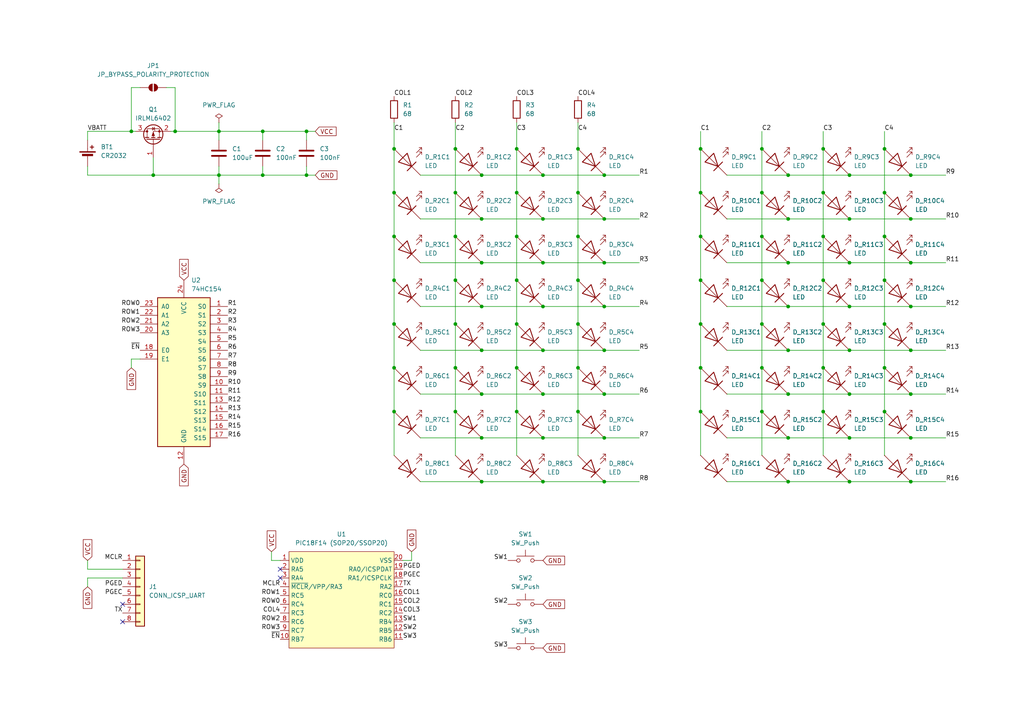
<source format=kicad_sch>
(kicad_sch (version 20250114) (generator "eeschema") (generator_version "9.0")
  (paper "A4")
  (junction (at 228.6 139.7))
  (junction (at 114.3 68.58))
  (junction (at 220.98 68.58))
  (junction (at 88.9 50.8))
  (junction (at 203.2 55.88))
  (junction (at 256.54 81.28))
  (junction (at 228.6 76.2))
  (junction (at 175.26 114.3))
  (junction (at 114.3 93.98))
  (junction (at 149.86 43.18))
  (junction (at 220.98 93.98))
  (junction (at 44.45 50.8))
  (junction (at 246.38 139.7))
  (junction (at 149.86 81.28))
  (junction (at 167.64 55.88))
  (junction (at 88.9 38.1))
  (junction (at 139.7 76.2))
  (junction (at 175.26 76.2))
  (junction (at 167.64 119.38))
  (junction (at 175.26 101.6))
  (junction (at 256.54 93.98))
  (junction (at 175.26 139.7))
  (junction (at 238.76 55.88))
  (junction (at 246.38 127))
  (junction (at 175.26 88.9))
  (junction (at 246.38 101.6))
  (junction (at 203.2 106.68))
  (junction (at 264.16 127))
  (junction (at 220.98 43.18))
  (junction (at 149.86 68.58))
  (junction (at 264.16 76.2))
  (junction (at 157.48 139.7))
  (junction (at 228.6 88.9))
  (junction (at 167.64 68.58))
  (junction (at 256.54 106.68))
  (junction (at 228.6 50.8))
  (junction (at 157.48 101.6))
  (junction (at 246.38 50.8))
  (junction (at 238.76 106.68))
  (junction (at 63.5 38.1))
  (junction (at 132.08 93.98))
  (junction (at 76.2 38.1))
  (junction (at 149.86 106.68))
  (junction (at 157.48 127))
  (junction (at 139.7 63.5))
  (junction (at 246.38 76.2))
  (junction (at 228.6 127))
  (junction (at 132.08 43.18))
  (junction (at 76.2 50.8))
  (junction (at 114.3 119.38))
  (junction (at 264.16 50.8))
  (junction (at 228.6 63.5))
  (junction (at 139.7 101.6))
  (junction (at 246.38 88.9))
  (junction (at 167.64 93.98))
  (junction (at 149.86 93.98))
  (junction (at 139.7 139.7))
  (junction (at 149.86 119.38))
  (junction (at 220.98 55.88))
  (junction (at 220.98 106.68))
  (junction (at 114.3 43.18))
  (junction (at 114.3 81.28))
  (junction (at 149.86 55.88))
  (junction (at 264.16 88.9))
  (junction (at 246.38 114.3))
  (junction (at 175.26 127))
  (junction (at 256.54 43.18))
  (junction (at 114.3 106.68))
  (junction (at 256.54 119.38))
  (junction (at 38.1 38.1))
  (junction (at 132.08 81.28))
  (junction (at 132.08 55.88))
  (junction (at 238.76 119.38))
  (junction (at 264.16 63.5))
  (junction (at 238.76 43.18))
  (junction (at 256.54 55.88))
  (junction (at 203.2 93.98))
  (junction (at 132.08 106.68))
  (junction (at 203.2 68.58))
  (junction (at 203.2 81.28))
  (junction (at 264.16 139.7))
  (junction (at 264.16 114.3))
  (junction (at 139.7 50.8))
  (junction (at 203.2 43.18))
  (junction (at 238.76 81.28))
  (junction (at 50.8 38.1))
  (junction (at 167.64 81.28))
  (junction (at 220.98 81.28))
  (junction (at 228.6 101.6))
  (junction (at 220.98 119.38))
  (junction (at 264.16 101.6))
  (junction (at 203.2 119.38))
  (junction (at 157.48 114.3))
  (junction (at 63.5 50.8))
  (junction (at 157.48 50.8))
  (junction (at 157.48 88.9))
  (junction (at 175.26 63.5))
  (junction (at 246.38 63.5))
  (junction (at 139.7 127))
  (junction (at 157.48 76.2))
  (junction (at 238.76 68.58))
  (junction (at 157.48 63.5))
  (junction (at 167.64 43.18))
  (junction (at 228.6 114.3))
  (junction (at 238.76 93.98))
  (junction (at 175.26 50.8))
  (junction (at 132.08 68.58))
  (junction (at 167.64 106.68))
  (junction (at 139.7 114.3))
  (junction (at 256.54 68.58))
  (junction (at 139.7 88.9))
  (junction (at 114.3 55.88))
  (junction (at 132.08 119.38))
  (no_connect (at 81.28 167.64))
  (no_connect (at 35.56 180.34))
  (no_connect (at 81.28 165.1))
  (no_connect (at 35.56 175.26))
  (wire (pts (xy 114.3 119.38) (xy 114.3 132.08)))
  (wire (pts (xy 114.3 55.88) (xy 114.3 68.58)))
  (wire (pts (xy 25.4 162.56) (xy 25.4 165.1)))
  (wire (pts (xy 256.54 81.28) (xy 256.54 93.98)))
  (wire (pts (xy 167.64 35.56) (xy 167.64 43.18)))
  (wire (pts (xy 210.82 63.5) (xy 228.6 63.5)))
  (wire (pts (xy 157.48 76.2) (xy 175.26 76.2)))
  (wire (pts (xy 149.86 68.58) (xy 149.86 81.28)))
  (wire (pts (xy 139.7 114.3) (xy 157.48 114.3)))
  (wire (pts (xy 264.16 114.3) (xy 274.32 114.3)))
  (wire (pts (xy 264.16 63.5) (xy 274.32 63.5)))
  (wire (pts (xy 228.6 101.6) (xy 246.38 101.6)))
  (wire (pts (xy 88.9 48.26) (xy 88.9 50.8)))
  (wire (pts (xy 38.1 38.1) (xy 39.37 38.1)))
  (wire (pts (xy 121.92 76.2) (xy 139.7 76.2)))
  (wire (pts (xy 210.82 76.2) (xy 228.6 76.2)))
  (wire (pts (xy 246.38 127) (xy 264.16 127)))
  (wire (pts (xy 167.64 55.88) (xy 167.64 68.58)))
  (wire (pts (xy 256.54 119.38) (xy 256.54 132.08)))
  (wire (pts (xy 246.38 139.7) (xy 264.16 139.7)))
  (wire (pts (xy 220.98 43.18) (xy 220.98 55.88)))
  (wire (pts (xy 132.08 119.38) (xy 132.08 132.08)))
  (wire (pts (xy 114.3 43.18) (xy 114.3 55.88)))
  (wire (pts (xy 76.2 38.1) (xy 88.9 38.1)))
  (wire (pts (xy 25.4 48.26) (xy 25.4 50.8)))
  (wire (pts (xy 220.98 106.68) (xy 220.98 119.38)))
  (wire (pts (xy 175.26 50.8) (xy 185.42 50.8)))
  (wire (pts (xy 238.76 81.28) (xy 238.76 93.98)))
  (wire (pts (xy 167.64 119.38) (xy 167.64 132.08)))
  (wire (pts (xy 203.2 93.98) (xy 203.2 106.68)))
  (wire (pts (xy 264.16 101.6) (xy 274.32 101.6)))
  (wire (pts (xy 264.16 50.8) (xy 274.32 50.8)))
  (wire (pts (xy 149.86 35.56) (xy 149.86 43.18)))
  (wire (pts (xy 25.4 38.1) (xy 38.1 38.1)))
  (wire (pts (xy 48.26 25.4) (xy 50.8 25.4)))
  (wire (pts (xy 25.4 170.18) (xy 25.4 167.64)))
  (wire (pts (xy 76.2 50.8) (xy 88.9 50.8)))
  (wire (pts (xy 246.38 50.8) (xy 264.16 50.8)))
  (wire (pts (xy 121.92 114.3) (xy 139.7 114.3)))
  (wire (pts (xy 246.38 88.9) (xy 264.16 88.9)))
  (wire (pts (xy 40.64 25.4) (xy 38.1 25.4)))
  (wire (pts (xy 114.3 68.58) (xy 114.3 81.28)))
  (wire (pts (xy 157.48 101.6) (xy 175.26 101.6)))
  (wire (pts (xy 139.7 101.6) (xy 157.48 101.6)))
  (wire (pts (xy 167.64 68.58) (xy 167.64 81.28)))
  (wire (pts (xy 63.5 38.1) (xy 63.5 40.64)))
  (wire (pts (xy 238.76 93.98) (xy 238.76 106.68)))
  (wire (pts (xy 114.3 81.28) (xy 114.3 93.98)))
  (wire (pts (xy 139.7 50.8) (xy 157.48 50.8)))
  (wire (pts (xy 210.82 127) (xy 228.6 127)))
  (wire (pts (xy 238.76 68.58) (xy 238.76 81.28)))
  (wire (pts (xy 220.98 68.58) (xy 220.98 81.28)))
  (wire (pts (xy 246.38 76.2) (xy 264.16 76.2)))
  (wire (pts (xy 228.6 88.9) (xy 246.38 88.9)))
  (wire (pts (xy 132.08 35.56) (xy 132.08 43.18)))
  (wire (pts (xy 132.08 68.58) (xy 132.08 81.28)))
  (wire (pts (xy 264.16 127) (xy 274.32 127)))
  (wire (pts (xy 210.82 101.6) (xy 228.6 101.6)))
  (wire (pts (xy 121.92 88.9) (xy 139.7 88.9)))
  (wire (pts (xy 175.26 63.5) (xy 185.42 63.5)))
  (wire (pts (xy 25.4 40.64) (xy 25.4 38.1)))
  (wire (pts (xy 121.92 101.6) (xy 139.7 101.6)))
  (wire (pts (xy 256.54 38.1) (xy 256.54 43.18)))
  (wire (pts (xy 167.64 93.98) (xy 167.64 106.68)))
  (wire (pts (xy 228.6 63.5) (xy 246.38 63.5)))
  (wire (pts (xy 132.08 43.18) (xy 132.08 55.88)))
  (wire (pts (xy 167.64 43.18) (xy 167.64 55.88)))
  (wire (pts (xy 38.1 25.4) (xy 38.1 38.1)))
  (wire (pts (xy 203.2 43.18) (xy 203.2 55.88)))
  (wire (pts (xy 50.8 38.1) (xy 63.5 38.1)))
  (wire (pts (xy 88.9 38.1) (xy 91.44 38.1)))
  (wire (pts (xy 119.38 162.56) (xy 116.84 162.56)))
  (wire (pts (xy 149.86 106.68) (xy 149.86 119.38)))
  (wire (pts (xy 121.92 139.7) (xy 139.7 139.7)))
  (wire (pts (xy 246.38 101.6) (xy 264.16 101.6)))
  (wire (pts (xy 44.45 45.72) (xy 44.45 50.8)))
  (wire (pts (xy 228.6 50.8) (xy 246.38 50.8)))
  (wire (pts (xy 139.7 63.5) (xy 157.48 63.5)))
  (wire (pts (xy 256.54 43.18) (xy 256.54 55.88)))
  (wire (pts (xy 238.76 106.68) (xy 238.76 119.38)))
  (wire (pts (xy 256.54 106.68) (xy 256.54 119.38)))
  (wire (pts (xy 203.2 81.28) (xy 203.2 93.98)))
  (wire (pts (xy 220.98 93.98) (xy 220.98 106.68)))
  (wire (pts (xy 210.82 88.9) (xy 228.6 88.9)))
  (wire (pts (xy 25.4 50.8) (xy 44.45 50.8)))
  (wire (pts (xy 220.98 119.38) (xy 220.98 132.08)))
  (wire (pts (xy 264.16 76.2) (xy 274.32 76.2)))
  (wire (pts (xy 132.08 93.98) (xy 132.08 106.68)))
  (wire (pts (xy 203.2 119.38) (xy 203.2 132.08)))
  (wire (pts (xy 38.1 106.68) (xy 38.1 104.14)))
  (wire (pts (xy 63.5 50.8) (xy 76.2 50.8)))
  (wire (pts (xy 44.45 50.8) (xy 63.5 50.8)))
  (wire (pts (xy 238.76 119.38) (xy 238.76 132.08)))
  (wire (pts (xy 114.3 93.98) (xy 114.3 106.68)))
  (wire (pts (xy 238.76 38.1) (xy 238.76 43.18)))
  (wire (pts (xy 149.86 55.88) (xy 149.86 68.58)))
  (wire (pts (xy 63.5 50.8) (xy 63.5 53.34)))
  (wire (pts (xy 49.53 38.1) (xy 50.8 38.1)))
  (wire (pts (xy 114.3 35.56) (xy 114.3 43.18)))
  (wire (pts (xy 157.48 50.8) (xy 175.26 50.8)))
  (wire (pts (xy 210.82 139.7) (xy 228.6 139.7)))
  (wire (pts (xy 256.54 55.88) (xy 256.54 68.58)))
  (wire (pts (xy 228.6 114.3) (xy 246.38 114.3)))
  (wire (pts (xy 220.98 81.28) (xy 220.98 93.98)))
  (wire (pts (xy 210.82 114.3) (xy 228.6 114.3)))
  (wire (pts (xy 50.8 25.4) (xy 50.8 38.1)))
  (wire (pts (xy 38.1 104.14) (xy 40.64 104.14)))
  (wire (pts (xy 175.26 88.9) (xy 185.42 88.9)))
  (wire (pts (xy 264.16 139.7) (xy 274.32 139.7)))
  (wire (pts (xy 114.3 106.68) (xy 114.3 119.38)))
  (wire (pts (xy 175.26 127) (xy 185.42 127)))
  (wire (pts (xy 63.5 38.1) (xy 76.2 38.1)))
  (wire (pts (xy 228.6 139.7) (xy 246.38 139.7)))
  (wire (pts (xy 157.48 88.9) (xy 175.26 88.9)))
  (wire (pts (xy 228.6 127) (xy 246.38 127)))
  (wire (pts (xy 149.86 43.18) (xy 149.86 55.88)))
  (wire (pts (xy 139.7 139.7) (xy 157.48 139.7)))
  (wire (pts (xy 119.38 160.02) (xy 119.38 162.56)))
  (wire (pts (xy 76.2 48.26) (xy 76.2 50.8)))
  (wire (pts (xy 175.26 101.6) (xy 185.42 101.6)))
  (wire (pts (xy 121.92 50.8) (xy 139.7 50.8)))
  (wire (pts (xy 25.4 165.1) (xy 35.56 165.1)))
  (wire (pts (xy 220.98 55.88) (xy 220.98 68.58)))
  (wire (pts (xy 149.86 81.28) (xy 149.86 93.98)))
  (wire (pts (xy 175.26 139.7) (xy 185.42 139.7)))
  (wire (pts (xy 203.2 55.88) (xy 203.2 68.58)))
  (wire (pts (xy 264.16 88.9) (xy 274.32 88.9)))
  (wire (pts (xy 157.48 127) (xy 175.26 127)))
  (wire (pts (xy 121.92 127) (xy 139.7 127)))
  (wire (pts (xy 149.86 93.98) (xy 149.86 106.68)))
  (wire (pts (xy 157.48 63.5) (xy 175.26 63.5)))
  (wire (pts (xy 121.92 63.5) (xy 139.7 63.5)))
  (wire (pts (xy 157.48 114.3) (xy 175.26 114.3)))
  (wire (pts (xy 228.6 76.2) (xy 246.38 76.2)))
  (wire (pts (xy 203.2 38.1) (xy 203.2 43.18)))
  (wire (pts (xy 175.26 76.2) (xy 185.42 76.2)))
  (wire (pts (xy 246.38 63.5) (xy 264.16 63.5)))
  (wire (pts (xy 78.74 160.02) (xy 78.74 162.56)))
  (wire (pts (xy 203.2 106.68) (xy 203.2 119.38)))
  (wire (pts (xy 132.08 106.68) (xy 132.08 119.38)))
  (wire (pts (xy 220.98 38.1) (xy 220.98 43.18)))
  (wire (pts (xy 238.76 43.18) (xy 238.76 55.88)))
  (wire (pts (xy 78.74 162.56) (xy 81.28 162.56)))
  (wire (pts (xy 63.5 35.56) (xy 63.5 38.1)))
  (wire (pts (xy 76.2 38.1) (xy 76.2 40.64)))
  (wire (pts (xy 88.9 38.1) (xy 88.9 40.64)))
  (wire (pts (xy 139.7 127) (xy 157.48 127)))
  (wire (pts (xy 132.08 81.28) (xy 132.08 93.98)))
  (wire (pts (xy 25.4 167.64) (xy 35.56 167.64)))
  (wire (pts (xy 139.7 76.2) (xy 157.48 76.2)))
  (wire (pts (xy 167.64 106.68) (xy 167.64 119.38)))
  (wire (pts (xy 132.08 55.88) (xy 132.08 68.58)))
  (wire (pts (xy 210.82 50.8) (xy 228.6 50.8)))
  (wire (pts (xy 175.26 114.3) (xy 185.42 114.3)))
  (wire (pts (xy 256.54 93.98) (xy 256.54 106.68)))
  (wire (pts (xy 167.64 81.28) (xy 167.64 93.98)))
  (wire (pts (xy 256.54 68.58) (xy 256.54 81.28)))
  (wire (pts (xy 246.38 114.3) (xy 264.16 114.3)))
  (wire (pts (xy 88.9 50.8) (xy 91.44 50.8)))
  (wire (pts (xy 157.48 139.7) (xy 175.26 139.7)))
  (wire (pts (xy 139.7 88.9) (xy 157.48 88.9)))
  (wire (pts (xy 149.86 119.38) (xy 149.86 132.08)))
  (wire (pts (xy 63.5 50.8) (xy 63.5 48.26)))
  (wire (pts (xy 203.2 68.58) (xy 203.2 81.28)))
  (wire (pts (xy 238.76 55.88) (xy 238.76 68.58)))
  (label "R1" (at 185.42 50.8 0))
  (label "COL4" (at 81.28 177.8 180))
  (label "R12" (at 274.32 88.9 0))
  (label "R14" (at 66.04 121.92 0))
  (label "SW1" (at 116.84 180.34 0))
  (label "PGEC" (at 35.56 172.72 180))
  (label "ROW3" (at 40.64 96.52 180))
  (label "SW2" (at 116.84 182.88 0))
  (label "R15" (at 66.04 124.46 0))
  (label "~{EN}" (at 40.64 101.6 180))
  (label "ROW0" (at 81.28 175.26 180))
  (label "C3" (at 149.86 38.1 0))
  (label "R16" (at 66.04 127 0))
  (label "R4" (at 66.04 96.52 0))
  (label "VBATT" (at 25.4 38.1 0))
  (label "~{EN}" (at 81.28 185.42 180))
  (label "PGED" (at 35.56 170.18 180))
  (label "SW3" (at 147.32 187.96 180))
  (label "C3" (at 238.76 38.1 0))
  (label "SW3" (at 116.84 185.42 0))
  (label "R6" (at 185.42 114.3 0))
  (label "ROW2" (at 40.64 93.98 180))
  (label "C2" (at 132.08 38.1 0))
  (label "R5" (at 185.42 101.6 0))
  (label "R6" (at 66.04 101.6 0))
  (label "R13" (at 66.04 119.38 0))
  (label "R10" (at 66.04 111.76 0))
  (label "ROW0" (at 40.64 88.9 180))
  (label "R3" (at 185.42 76.2 0))
  (label "ROW1" (at 81.28 172.72 180))
  (label "R12" (at 66.04 116.84 0))
  (label "C4" (at 167.64 38.1 0))
  (label "COL4" (at 167.64 27.94 0))
  (label "R14" (at 274.32 114.3 0))
  (label "R5" (at 66.04 99.06 0))
  (label "PGED" (at 116.84 165.1 0))
  (label "R2" (at 185.42 63.5 0))
  (label "R16" (at 274.32 139.7 0))
  (label "R8" (at 66.04 106.68 0))
  (label "COL3" (at 116.84 177.8 0))
  (label "R15" (at 274.32 127 0))
  (label "R7" (at 185.42 127 0))
  (label "MCLR" (at 81.28 170.18 180))
  (label "R11" (at 66.04 114.3 0))
  (label "ROW1" (at 40.64 91.44 180))
  (label "R3" (at 66.04 93.98 0))
  (label "R2" (at 66.04 91.44 0))
  (label "R7" (at 66.04 104.14 0))
  (label "C2" (at 220.98 38.1 0))
  (label "R1" (at 66.04 88.9 0))
  (label "R11" (at 274.32 76.2 0))
  (label "C4" (at 256.54 38.1 0))
  (label "SW1" (at 147.32 162.56 180))
  (label "ROW2" (at 81.28 180.34 180))
  (label "R10" (at 274.32 63.5 0))
  (label "TX" (at 116.84 170.18 0))
  (label "COL2" (at 116.84 175.26 0))
  (label "R8" (at 185.42 139.7 0))
  (label "COL3" (at 149.86 27.94 0))
  (label "ROW3" (at 81.28 182.88 180))
  (label "R4" (at 185.42 88.9 0))
  (label "COL2" (at 132.08 27.94 0))
  (label "SW2" (at 147.32 175.26 180))
  (label "PGEC" (at 116.84 167.64 0))
  (label "COL1" (at 116.84 172.72 0))
  (label "R13" (at 274.32 101.6 0))
  (label "C1" (at 203.2 38.1 0))
  (label "COL1" (at 114.3 27.94 0))
  (label "R9" (at 274.32 50.8 0))
  (label "MCLR" (at 35.56 162.56 180))
  (label "C1" (at 114.3 38.1 0))
  (label "R9" (at 66.04 109.22 0))
  (label "TX" (at 35.56 177.8 180))
  (global_label "GND" (shape input) (at 119.38 160.02 90) (property "Intersheetrefs" "${INTERSHEET_REFS}" (effects (hide yes))))
  (global_label "GND" (shape input) (at 91.44 50.8 0) (property "Intersheetrefs" "${INTERSHEET_REFS}" (effects (hide yes))))
  (global_label "VCC" (shape input) (at 78.74 160.02 90) (property "Intersheetrefs" "${INTERSHEET_REFS}" (effects (hide yes))))
  (global_label "GND" (shape input) (at 25.4 170.18 270) (property "Intersheetrefs" "${INTERSHEET_REFS}" (effects (hide yes))))
  (global_label "GND" (shape input) (at 157.48 175.26 0) (property "Intersheetrefs" "${INTERSHEET_REFS}" (effects (hide yes))))
  (global_label "GND" (shape input) (at 38.1 106.68 270) (property "Intersheetrefs" "${INTERSHEET_REFS}" (effects (hide yes))))
  (global_label "VCC" (shape input) (at 91.44 38.1 0) (property "Intersheetrefs" "${INTERSHEET_REFS}" (effects (hide yes))))
  (global_label "VCC" (shape input) (at 53.34 81.28 90) (property "Intersheetrefs" "${INTERSHEET_REFS}" (effects (hide yes))))
  (global_label "VCC" (shape input) (at 25.4 162.56 90) (property "Intersheetrefs" "${INTERSHEET_REFS}" (effects (hide yes))))
  (global_label "GND" (shape input) (at 53.34 134.62 270) (property "Intersheetrefs" "${INTERSHEET_REFS}" (effects (hide yes))))
  (global_label "GND" (shape input) (at 157.48 187.96 0) (property "Intersheetrefs" "${INTERSHEET_REFS}" (effects (hide yes))))
  (global_label "GND" (shape input) (at 157.48 162.56 0) (property "Intersheetrefs" "${INTERSHEET_REFS}" (effects (hide yes))))
  (symbol (lib_id "Device:R") (at 132.08 31.75 180) (unit 1)
    (property "Reference" "R2" (at 134.62 30.4799 0) (effects (justify right)))
    (property "Value" "68" (at 134.62 33.0199 0) (effects (justify right)))
    (property "Footprint" "Resistor_SMD:R_1206_3216Metric_Pad1.30x1.75mm_HandSolder" (effects (hide yes)))
  )
  (symbol (lib_id "WinterDeco:LED") (at 171.45 97.79 0) (unit 1)
    (property "Reference" "D_R5C4" (at 176.53 96.3294 0) (effects (justify left)))
    (property "Value" "LED" (at 176.53 98.8694 0) (effects (justify left)))
    (property "Footprint" "WinterDeco:LED_1206_3216Metric_Pad1.42x1.75mm_Arrow_HandSolder" (effects (hide yes)))
    (property "Description" "Light emitting diode" (effects (hide yes)))
    (property "Sim.Pins" "1=K 2=A" (effects (hide yes)))
  )
  (symbol (lib_id "WinterDeco:LED") (at 118.11 135.89 0) (unit 1)
    (property "Reference" "D_R8C1" (at 123.19 134.4294 0) (effects (justify left)))
    (property "Value" "LED" (at 123.19 136.9694 0) (effects (justify left)))
    (property "Footprint" "WinterDeco:LED_1206_3216Metric_Pad1.42x1.75mm_Arrow_HandSolder" (effects (hide yes)))
    (property "Description" "Light emitting diode" (effects (hide yes)))
    (property "Sim.Pins" "1=K 2=A" (effects (hide yes)))
  )
  (symbol (lib_id "WinterDeco:LED") (at 260.35 72.39 0) (unit 1)
    (property "Reference" "D_R11C4" (at 265.43 70.9294 0) (effects (justify left)))
    (property "Value" "LED" (at 265.43 73.4694 0) (effects (justify left)))
    (property "Footprint" "WinterDeco:LED_1206_3216Metric_Pad1.42x1.75mm_Arrow_HandSolder" (effects (hide yes)))
    (property "Description" "Light emitting diode" (effects (hide yes)))
    (property "Sim.Pins" "1=K 2=A" (effects (hide yes)))
  )
  (symbol (lib_id "WinterDeco:LED") (at 153.67 123.19 0) (unit 1)
    (property "Reference" "D_R7C3" (at 158.75 121.7294 0) (effects (justify left)))
    (property "Value" "LED" (at 158.75 124.2694 0) (effects (justify left)))
    (property "Footprint" "WinterDeco:LED_1206_3216Metric_Pad1.42x1.75mm_Arrow_HandSolder" (effects (hide yes)))
    (property "Description" "Light emitting diode" (effects (hide yes)))
    (property "Sim.Pins" "1=K 2=A" (effects (hide yes)))
  )
  (symbol (lib_name "Battery_Cell_1") (lib_id "Device:Battery_Cell") (at 25.4 45.72 0) (unit 1)
    (property "Reference" "BT1" (at 29.21 42.6084 0) (effects (justify left)))
    (property "Value" "CR2032" (at 29.21 45.1484 0) (effects (justify left)))
    (property "Footprint" "WinterDeco:BatteryHolder_Keystone_3002_1x2032" (effects (hide yes)))
    (property "Description" "Single-cell battery" (effects (hide yes)))
  )
  (symbol (lib_id "WinterDeco:LED") (at 153.67 97.79 0) (unit 1)
    (property "Reference" "D_R5C3" (at 158.75 96.3294 0) (effects (justify left)))
    (property "Value" "LED" (at 158.75 98.8694 0) (effects (justify left)))
    (property "Footprint" "WinterDeco:LED_1206_3216Metric_Pad1.42x1.75mm_Arrow_HandSolder" (effects (hide yes)))
    (property "Description" "Light emitting diode" (effects (hide yes)))
    (property "Sim.Pins" "1=K 2=A" (effects (hide yes)))
  )
  (symbol (lib_id "WinterDeco:LED") (at 260.35 97.79 0) (unit 1)
    (property "Reference" "D_R13C4" (at 265.43 96.3294 0) (effects (justify left)))
    (property "Value" "LED" (at 265.43 98.8694 0) (effects (justify left)))
    (property "Footprint" "WinterDeco:LED_1206_3216Metric_Pad1.42x1.75mm_Arrow_HandSolder" (effects (hide yes)))
    (property "Description" "Light emitting diode" (effects (hide yes)))
    (property "Sim.Pins" "1=K 2=A" (effects (hide yes)))
  )
  (symbol (lib_id "Jumper:SolderJumper_2_Open") (at 44.45 25.4 0) (unit 1) (in_bom no)
    (property "Reference" "JP1" (at 44.45 19.05 0))
    (property "Value" "JP_BYPASS_POLARITY_PROTECTION" (at 44.45 21.59 0))
    (property "Footprint" "Jumper:SolderJumper-2_P1.3mm_Open_RoundedPad1.0x1.5mm" (effects (hide yes)))
    (property "Description" "Solder Jumper, 2-pole, open" (effects (hide yes)))
  )
  (symbol (lib_id "WinterDeco:LED") (at 224.79 110.49 0) (unit 1)
    (property "Reference" "D_R14C2" (at 229.87 109.0294 0) (effects (justify left)))
    (property "Value" "LED" (at 229.87 111.5694 0) (effects (justify left)))
    (property "Footprint" "WinterDeco:LED_1206_3216Metric_Pad1.42x1.75mm_Arrow_HandSolder" (effects (hide yes)))
    (property "Description" "Light emitting diode" (effects (hide yes)))
    (property "Sim.Pins" "1=K 2=A" (effects (hide yes)))
  )
  (symbol (lib_id "WinterDeco:LED") (at 242.57 59.69 0) (unit 1)
    (property "Reference" "D_R10C3" (at 247.65 58.2294 0) (effects (justify left)))
    (property "Value" "LED" (at 247.65 60.7694 0) (effects (justify left)))
    (property "Footprint" "WinterDeco:LED_1206_3216Metric_Pad1.42x1.75mm_Arrow_HandSolder" (effects (hide yes)))
    (property "Description" "Light emitting diode" (effects (hide yes)))
    (property "Sim.Pins" "1=K 2=A" (effects (hide yes)))
  )
  (symbol (lib_id "WinterDeco:LED") (at 260.35 59.69 0) (unit 1)
    (property "Reference" "D_R10C4" (at 265.43 58.2294 0) (effects (justify left)))
    (property "Value" "LED" (at 265.43 60.7694 0) (effects (justify left)))
    (property "Footprint" "WinterDeco:LED_1206_3216Metric_Pad1.42x1.75mm_Arrow_HandSolder" (effects (hide yes)))
    (property "Description" "Light emitting diode" (effects (hide yes)))
    (property "Sim.Pins" "1=K 2=A" (effects (hide yes)))
  )
  (symbol (lib_id "WinterDeco:LED") (at 207.01 59.69 0) (unit 1)
    (property "Reference" "D_R10C1" (at 212.09 58.2294 0) (effects (justify left)))
    (property "Value" "LED" (at 212.09 60.7694 0) (effects (justify left)))
    (property "Footprint" "WinterDeco:LED_1206_3216Metric_Pad1.42x1.75mm_Arrow_HandSolder" (effects (hide yes)))
    (property "Description" "Light emitting diode" (effects (hide yes)))
    (property "Sim.Pins" "1=K 2=A" (effects (hide yes)))
  )
  (symbol (lib_id "WinterDeco:LED") (at 153.67 110.49 0) (unit 1)
    (property "Reference" "D_R6C3" (at 158.75 109.0294 0) (effects (justify left)))
    (property "Value" "LED" (at 158.75 111.5694 0) (effects (justify left)))
    (property "Footprint" "WinterDeco:LED_1206_3216Metric_Pad1.42x1.75mm_Arrow_HandSolder" (effects (hide yes)))
    (property "Description" "Light emitting diode" (effects (hide yes)))
    (property "Sim.Pins" "1=K 2=A" (effects (hide yes)))
  )
  (symbol (lib_id "WinterDeco:LED") (at 260.35 123.19 0) (unit 1)
    (property "Reference" "D_R15C4" (at 265.43 121.7294 0) (effects (justify left)))
    (property "Value" "LED" (at 265.43 124.2694 0) (effects (justify left)))
    (property "Footprint" "WinterDeco:LED_1206_3216Metric_Pad1.42x1.75mm_Arrow_HandSolder" (effects (hide yes)))
    (property "Description" "Light emitting diode" (effects (hide yes)))
    (property "Sim.Pins" "1=K 2=A" (effects (hide yes)))
  )
  (symbol (lib_id "WinterDeco:LED") (at 242.57 110.49 0) (unit 1)
    (property "Reference" "D_R14C3" (at 247.65 109.0294 0) (effects (justify left)))
    (property "Value" "LED" (at 247.65 111.5694 0) (effects (justify left)))
    (property "Footprint" "WinterDeco:LED_1206_3216Metric_Pad1.42x1.75mm_Arrow_HandSolder" (effects (hide yes)))
    (property "Description" "Light emitting diode" (effects (hide yes)))
    (property "Sim.Pins" "1=K 2=A" (effects (hide yes)))
  )
  (symbol (lib_id "WinterDeco:LED") (at 135.89 123.19 0) (unit 1)
    (property "Reference" "D_R7C2" (at 140.97 121.7294 0) (effects (justify left)))
    (property "Value" "LED" (at 140.97 124.2694 0) (effects (justify left)))
    (property "Footprint" "WinterDeco:LED_1206_3216Metric_Pad1.42x1.75mm_Arrow_HandSolder" (effects (hide yes)))
    (property "Description" "Light emitting diode" (effects (hide yes)))
    (property "Sim.Pins" "1=K 2=A" (effects (hide yes)))
  )
  (symbol (lib_id "Device:R") (at 167.64 31.75 180) (unit 1)
    (property "Reference" "R4" (at 170.18 30.4799 0) (effects (justify right)))
    (property "Value" "68" (at 170.18 33.0199 0) (effects (justify right)))
    (property "Footprint" "Resistor_SMD:R_1206_3216Metric_Pad1.30x1.75mm_HandSolder" (effects (hide yes)))
  )
  (symbol (lib_id "Device:C") (at 76.2 44.45 0) (unit 1)
    (property "Reference" "C2" (at 80.01 43.1799 0) (effects (justify left)))
    (property "Value" "100nF" (at 80.01 45.7199 0) (effects (justify left)))
    (property "Footprint" "Capacitor_SMD:C_1206_3216Metric_Pad1.33x1.80mm_HandSolder" (effects (hide yes)))
  )
  (symbol (lib_id "WinterDeco:LED") (at 153.67 72.39 0) (unit 1)
    (property "Reference" "D_R3C3" (at 158.75 70.9294 0) (effects (justify left)))
    (property "Value" "LED" (at 158.75 73.4694 0) (effects (justify left)))
    (property "Footprint" "WinterDeco:LED_1206_3216Metric_Pad1.42x1.75mm_Arrow_HandSolder" (effects (hide yes)))
    (property "Description" "Light emitting diode" (effects (hide yes)))
    (property "Sim.Pins" "1=K 2=A" (effects (hide yes)))
  )
  (symbol (lib_id "WinterDeco:LED") (at 135.89 85.09 0) (unit 1)
    (property "Reference" "D_R4C2" (at 140.97 83.6294 0) (effects (justify left)))
    (property "Value" "LED" (at 140.97 86.1694 0) (effects (justify left)))
    (property "Footprint" "WinterDeco:LED_1206_3216Metric_Pad1.42x1.75mm_Arrow_HandSolder" (effects (hide yes)))
    (property "Description" "Light emitting diode" (effects (hide yes)))
    (property "Sim.Pins" "1=K 2=A" (effects (hide yes)))
  )
  (symbol (lib_id "Device:R") (at 114.3 31.75 180) (unit 1)
    (property "Reference" "R1" (at 116.84 30.4799 0) (effects (justify right)))
    (property "Value" "68" (at 116.84 33.0199 0) (effects (justify right)))
    (property "Footprint" "Resistor_SMD:R_1206_3216Metric_Pad1.30x1.75mm_HandSolder" (effects (hide yes)))
  )
  (symbol (lib_id "WinterDeco:LED") (at 224.79 97.79 0) (unit 1)
    (property "Reference" "D_R13C2" (at 229.87 96.3294 0) (effects (justify left)))
    (property "Value" "LED" (at 229.87 98.8694 0) (effects (justify left)))
    (property "Footprint" "WinterDeco:LED_1206_3216Metric_Pad1.42x1.75mm_Arrow_HandSolder" (effects (hide yes)))
    (property "Description" "Light emitting diode" (effects (hide yes)))
    (property "Sim.Pins" "1=K 2=A" (effects (hide yes)))
  )
  (symbol (lib_id "WinterDeco:LED") (at 171.45 135.89 0) (unit 1)
    (property "Reference" "D_R8C4" (at 176.53 134.4294 0) (effects (justify left)))
    (property "Value" "LED" (at 176.53 136.9694 0) (effects (justify left)))
    (property "Footprint" "WinterDeco:LED_1206_3216Metric_Pad1.42x1.75mm_Arrow_HandSolder" (effects (hide yes)))
    (property "Description" "Light emitting diode" (effects (hide yes)))
    (property "Sim.Pins" "1=K 2=A" (effects (hide yes)))
  )
  (symbol (lib_id "WinterDeco:LED") (at 207.01 97.79 0) (unit 1)
    (property "Reference" "D_R13C1" (at 212.09 96.3294 0) (effects (justify left)))
    (property "Value" "LED" (at 212.09 98.8694 0) (effects (justify left)))
    (property "Footprint" "WinterDeco:LED_1206_3216Metric_Pad1.42x1.75mm_Arrow_HandSolder" (effects (hide yes)))
    (property "Description" "Light emitting diode" (effects (hide yes)))
    (property "Sim.Pins" "1=K 2=A" (effects (hide yes)))
  )
  (symbol (lib_id "Switch:SW_Push") (at 152.4 187.96 0) (unit 1)
    (property "Reference" "SW3" (at 152.4 180.34 0))
    (property "Value" "SW_Push" (at 152.4 182.88 0))
    (property "Footprint" "Button_Switch_SMD:SW_SPST_Omron_B3FS-100xP" (effects (hide yes)))
    (property "Description" "Push button switch, generic, two pins" (effects (hide yes)))
  )
  (symbol (lib_id "WinterDeco:LED") (at 171.45 59.69 0) (unit 1)
    (property "Reference" "D_R2C4" (at 176.53 58.2294 0) (effects (justify left)))
    (property "Value" "LED" (at 176.53 60.7694 0) (effects (justify left)))
    (property "Footprint" "WinterDeco:LED_1206_3216Metric_Pad1.42x1.75mm_Arrow_HandSolder" (effects (hide yes)))
    (property "Description" "Light emitting diode" (effects (hide yes)))
    (property "Sim.Pins" "1=K 2=A" (effects (hide yes)))
  )
  (symbol (lib_id "WinterDeco:LED") (at 135.89 110.49 0) (unit 1)
    (property "Reference" "D_R6C2" (at 140.97 109.0294 0) (effects (justify left)))
    (property "Value" "LED" (at 140.97 111.5694 0) (effects (justify left)))
    (property "Footprint" "WinterDeco:LED_1206_3216Metric_Pad1.42x1.75mm_Arrow_HandSolder" (effects (hide yes)))
    (property "Description" "Light emitting diode" (effects (hide yes)))
    (property "Sim.Pins" "1=K 2=A" (effects (hide yes)))
  )
  (symbol (lib_id "WinterDeco:LED") (at 260.35 110.49 0) (unit 1)
    (property "Reference" "D_R14C4" (at 265.43 109.0294 0) (effects (justify left)))
    (property "Value" "LED" (at 265.43 111.5694 0) (effects (justify left)))
    (property "Footprint" "WinterDeco:LED_1206_3216Metric_Pad1.42x1.75mm_Arrow_HandSolder" (effects (hide yes)))
    (property "Description" "Light emitting diode" (effects (hide yes)))
    (property "Sim.Pins" "1=K 2=A" (effects (hide yes)))
  )
  (symbol (lib_id "WinterDeco:LED") (at 118.11 123.19 0) (unit 1)
    (property "Reference" "D_R7C1" (at 123.19 121.7294 0) (effects (justify left)))
    (property "Value" "LED" (at 123.19 124.2694 0) (effects (justify left)))
    (property "Footprint" "WinterDeco:LED_1206_3216Metric_Pad1.42x1.75mm_Arrow_HandSolder" (effects (hide yes)))
    (property "Description" "Light emitting diode" (effects (hide yes)))
    (property "Sim.Pins" "1=K 2=A" (effects (hide yes)))
  )
  (symbol (lib_id "WinterDeco:LED") (at 224.79 59.69 0) (unit 1)
    (property "Reference" "D_R10C2" (at 229.87 58.2294 0) (effects (justify left)))
    (property "Value" "LED" (at 229.87 60.7694 0) (effects (justify left)))
    (property "Footprint" "WinterDeco:LED_1206_3216Metric_Pad1.42x1.75mm_Arrow_HandSolder" (effects (hide yes)))
    (property "Description" "Light emitting diode" (effects (hide yes)))
    (property "Sim.Pins" "1=K 2=A" (effects (hide yes)))
  )
  (symbol (lib_id "WinterDeco:LED") (at 242.57 135.89 0) (unit 1)
    (property "Reference" "D_R16C3" (at 247.65 134.4294 0) (effects (justify left)))
    (property "Value" "LED" (at 247.65 136.9694 0) (effects (justify left)))
    (property "Footprint" "WinterDeco:LED_1206_3216Metric_Pad1.42x1.75mm_Arrow_HandSolder" (effects (hide yes)))
    (property "Description" "Light emitting diode" (effects (hide yes)))
    (property "Sim.Pins" "1=K 2=A" (effects (hide yes)))
  )
  (symbol (lib_id "WinterDeco:LED") (at 171.45 123.19 0) (unit 1)
    (property "Reference" "D_R7C4" (at 176.53 121.7294 0) (effects (justify left)))
    (property "Value" "LED" (at 176.53 124.2694 0) (effects (justify left)))
    (property "Footprint" "WinterDeco:LED_1206_3216Metric_Pad1.42x1.75mm_Arrow_HandSolder" (effects (hide yes)))
    (property "Description" "Light emitting diode" (effects (hide yes)))
    (property "Sim.Pins" "1=K 2=A" (effects (hide yes)))
  )
  (symbol (lib_id "WinterDeco:LED") (at 135.89 46.99 0) (unit 1)
    (property "Reference" "D_R1C2" (at 140.97 45.5294 0) (effects (justify left)))
    (property "Value" "LED" (at 140.97 48.0694 0) (effects (justify left)))
    (property "Footprint" "WinterDeco:LED_1206_3216Metric_Pad1.42x1.75mm_Arrow_HandSolder" (effects (hide yes)))
    (property "Description" "Light emitting diode" (effects (hide yes)))
    (property "Sim.Pins" "1=K 2=A" (effects (hide yes)))
  )
  (symbol (lib_id "WinterDeco:LED") (at 224.79 135.89 0) (unit 1)
    (property "Reference" "D_R16C2" (at 229.87 134.4294 0) (effects (justify left)))
    (property "Value" "LED" (at 229.87 136.9694 0) (effects (justify left)))
    (property "Footprint" "WinterDeco:LED_1206_3216Metric_Pad1.42x1.75mm_Arrow_HandSolder" (effects (hide yes)))
    (property "Description" "Light emitting diode" (effects (hide yes)))
    (property "Sim.Pins" "1=K 2=A" (effects (hide yes)))
  )
  (symbol (lib_id "Switch:SW_Push") (at 152.4 175.26 0) (unit 1)
    (property "Reference" "SW2" (at 152.4 167.64 0))
    (property "Value" "SW_Push" (at 152.4 170.18 0))
    (property "Footprint" "Button_Switch_SMD:SW_SPST_Omron_B3FS-100xP" (effects (hide yes)))
    (property "Description" "Push button switch, generic, two pins" (effects (hide yes)))
  )
  (symbol (lib_id "WinterDeco:LED") (at 135.89 97.79 0) (unit 1)
    (property "Reference" "D_R5C2" (at 140.97 96.3294 0) (effects (justify left)))
    (property "Value" "LED" (at 140.97 98.8694 0) (effects (justify left)))
    (property "Footprint" "WinterDeco:LED_1206_3216Metric_Pad1.42x1.75mm_Arrow_HandSolder" (effects (hide yes)))
    (property "Description" "Light emitting diode" (effects (hide yes)))
    (property "Sim.Pins" "1=K 2=A" (effects (hide yes)))
  )
  (symbol (lib_id "WinterDeco:LED") (at 118.11 46.99 0) (unit 1)
    (property "Reference" "D_R1C1" (at 123.19 45.5294 0) (effects (justify left)))
    (property "Value" "LED" (at 123.19 48.0694 0) (effects (justify left)))
    (property "Footprint" "WinterDeco:LED_1206_3216Metric_Pad1.42x1.75mm_Arrow_HandSolder" (effects (hide yes)))
    (property "Description" "Light emitting diode" (effects (hide yes)))
    (property "Sim.Pins" "1=K 2=A" (effects (hide yes)))
  )
  (symbol (lib_id "WinterDeco:LED") (at 260.35 85.09 0) (unit 1)
    (property "Reference" "D_R12C4" (at 265.43 83.6294 0) (effects (justify left)))
    (property "Value" "LED" (at 265.43 86.1694 0) (effects (justify left)))
    (property "Footprint" "WinterDeco:LED_1206_3216Metric_Pad1.42x1.75mm_Arrow_HandSolder" (effects (hide yes)))
    (property "Description" "Light emitting diode" (effects (hide yes)))
    (property "Sim.Pins" "1=K 2=A" (effects (hide yes)))
  )
  (symbol (lib_id "WinterDeco:LED") (at 207.01 123.19 0) (unit 1)
    (property "Reference" "D_R15C1" (at 212.09 121.7294 0) (effects (justify left)))
    (property "Value" "LED" (at 212.09 124.2694 0) (effects (justify left)))
    (property "Footprint" "WinterDeco:LED_1206_3216Metric_Pad1.42x1.75mm_Arrow_HandSolder" (effects (hide yes)))
    (property "Description" "Light emitting diode" (effects (hide yes)))
    (property "Sim.Pins" "1=K 2=A" (effects (hide yes)))
  )
  (symbol (lib_id "Switch:SW_Push") (at 152.4 162.56 0) (unit 1)
    (property "Reference" "SW1" (at 152.4 154.94 0))
    (property "Value" "SW_Push" (at 152.4 157.48 0))
    (property "Footprint" "Button_Switch_SMD:SW_SPST_Omron_B3FS-100xP" (effects (hide yes)))
    (property "Description" "Push button switch, generic, two pins" (effects (hide yes)))
  )
  (symbol (lib_id "WinterDeco:LED") (at 153.67 85.09 0) (unit 1)
    (property "Reference" "D_R4C3" (at 158.75 83.6294 0) (effects (justify left)))
    (property "Value" "LED" (at 158.75 86.1694 0) (effects (justify left)))
    (property "Footprint" "WinterDeco:LED_1206_3216Metric_Pad1.42x1.75mm_Arrow_HandSolder" (effects (hide yes)))
    (property "Description" "Light emitting diode" (effects (hide yes)))
    (property "Sim.Pins" "1=K 2=A" (effects (hide yes)))
  )
  (symbol (lib_id "WinterDeco:LED") (at 171.45 110.49 0) (unit 1)
    (property "Reference" "D_R6C4" (at 176.53 109.0294 0) (effects (justify left)))
    (property "Value" "LED" (at 176.53 111.5694 0) (effects (justify left)))
    (property "Footprint" "WinterDeco:LED_1206_3216Metric_Pad1.42x1.75mm_Arrow_HandSolder" (effects (hide yes)))
    (property "Description" "Light emitting diode" (effects (hide yes)))
    (property "Sim.Pins" "1=K 2=A" (effects (hide yes)))
  )
  (symbol (lib_id "WinterDeco:PIC18F14 (SOP20/SSOP20)") (at 99.06 173.99 0) (unit 1)
    (property "Reference" "U1" (at 99.06 154.94 0))
    (property "Value" "PIC18F14 (SOP20/SSOP20)" (at 99.06 157.48 0))
    (property "Footprint" "Package_SO:SO-20_12.8x7.5mm_P1.27mm" (effects (hide yes)))
  )
  (symbol (lib_id "WinterDeco:LED") (at 118.11 72.39 0) (unit 1)
    (property "Reference" "D_R3C1" (at 123.19 70.9294 0) (effects (justify left)))
    (property "Value" "LED" (at 123.19 73.4694 0) (effects (justify left)))
    (property "Footprint" "WinterDeco:LED_1206_3216Metric_Pad1.42x1.75mm_Arrow_HandSolder" (effects (hide yes)))
    (property "Description" "Light emitting diode" (effects (hide yes)))
    (property "Sim.Pins" "1=K 2=A" (effects (hide yes)))
  )
  (symbol (lib_id "74xx:74LS154") (at 53.34 106.68 0) (unit 1)
    (property "Reference" "U2" (at 55.4833 81.28 0) (effects (justify left)))
    (property "Value" "74HC154" (at 55.4833 83.82 0) (effects (justify left)))
    (property "Footprint" "Package_SO:SOIC-24W_7.5x15.4mm_P1.27mm" (effects (hide yes)))
    (property "Datasheet" "http://www.ti.com/lit/gpn/sn74LS154" (effects (hide yes)))
    (property "Description" "Decoder 4 to 16" (effects (hide yes)))
  )
  (symbol (lib_id "WinterDeco:LED") (at 260.35 46.99 0) (unit 1)
    (property "Reference" "D_R9C4" (at 265.43 45.5294 0) (effects (justify left)))
    (property "Value" "LED" (at 265.43 48.0694 0) (effects (justify left)))
    (property "Footprint" "WinterDeco:LED_1206_3216Metric_Pad1.42x1.75mm_Arrow_HandSolder" (effects (hide yes)))
    (property "Description" "Light emitting diode" (effects (hide yes)))
    (property "Sim.Pins" "1=K 2=A" (effects (hide yes)))
  )
  (symbol (lib_id "WinterDeco:LED") (at 224.79 85.09 0) (unit 1)
    (property "Reference" "D_R12C2" (at 229.87 83.6294 0) (effects (justify left)))
    (property "Value" "LED" (at 229.87 86.1694 0) (effects (justify left)))
    (property "Footprint" "WinterDeco:LED_1206_3216Metric_Pad1.42x1.75mm_Arrow_HandSolder" (effects (hide yes)))
    (property "Description" "Light emitting diode" (effects (hide yes)))
    (property "Sim.Pins" "1=K 2=A" (effects (hide yes)))
  )
  (symbol (lib_id "WinterDeco:LED") (at 242.57 97.79 0) (unit 1)
    (property "Reference" "D_R13C3" (at 247.65 96.3294 0) (effects (justify left)))
    (property "Value" "LED" (at 247.65 98.8694 0) (effects (justify left)))
    (property "Footprint" "WinterDeco:LED_1206_3216Metric_Pad1.42x1.75mm_Arrow_HandSolder" (effects (hide yes)))
    (property "Description" "Light emitting diode" (effects (hide yes)))
    (property "Sim.Pins" "1=K 2=A" (effects (hide yes)))
  )
  (symbol (lib_id "WinterDeco:LED") (at 153.67 59.69 0) (unit 1)
    (property "Reference" "D_R2C3" (at 158.75 58.2294 0) (effects (justify left)))
    (property "Value" "LED" (at 158.75 60.7694 0) (effects (justify left)))
    (property "Footprint" "WinterDeco:LED_1206_3216Metric_Pad1.42x1.75mm_Arrow_HandSolder" (effects (hide yes)))
    (property "Description" "Light emitting diode" (effects (hide yes)))
    (property "Sim.Pins" "1=K 2=A" (effects (hide yes)))
  )
  (symbol (lib_id "WinterDeco:LED") (at 207.01 135.89 0) (unit 1)
    (property "Reference" "D_R16C1" (at 212.09 134.4294 0) (effects (justify left)))
    (property "Value" "LED" (at 212.09 136.9694 0) (effects (justify left)))
    (property "Footprint" "WinterDeco:LED_1206_3216Metric_Pad1.42x1.75mm_Arrow_HandSolder" (effects (hide yes)))
    (property "Description" "Light emitting diode" (effects (hide yes)))
    (property "Sim.Pins" "1=K 2=A" (effects (hide yes)))
  )
  (symbol (lib_id "WinterDeco:LED") (at 135.89 72.39 0) (unit 1)
    (property "Reference" "D_R3C2" (at 140.97 70.9294 0) (effects (justify left)))
    (property "Value" "LED" (at 140.97 73.4694 0) (effects (justify left)))
    (property "Footprint" "WinterDeco:LED_1206_3216Metric_Pad1.42x1.75mm_Arrow_HandSolder" (effects (hide yes)))
    (property "Description" "Light emitting diode" (effects (hide yes)))
    (property "Sim.Pins" "1=K 2=A" (effects (hide yes)))
  )
  (symbol (lib_id "Device:C") (at 63.5 44.45 0) (unit 1)
    (property "Reference" "C1" (at 67.31 43.1799 0) (effects (justify left)))
    (property "Value" "100uF" (at 67.31 45.7199 0) (effects (justify left)))
    (property "Footprint" "Capacitor_SMD:C_1206_3216Metric_Pad1.33x1.80mm_HandSolder" (effects (hide yes)))
  )
  (symbol (lib_id "power:PWR_FLAG") (at 63.5 53.34 180) (unit 1)
    (property "Reference" "#FLG02" (effects (hide yes)))
    (property "Value" "PWR_FLAG" (at 63.5 58.42 0))
    (property "Description" "Special symbol for telling ERC where power comes from" (effects (hide yes)))
  )
  (symbol (lib_id "WinterDeco:LED") (at 207.01 46.99 0) (unit 1)
    (property "Reference" "D_R9C1" (at 212.09 45.5294 0) (effects (justify left)))
    (property "Value" "LED" (at 212.09 48.0694 0) (effects (justify left)))
    (property "Footprint" "WinterDeco:LED_1206_3216Metric_Pad1.42x1.75mm_Arrow_HandSolder" (effects (hide yes)))
    (property "Description" "Light emitting diode" (effects (hide yes)))
    (property "Sim.Pins" "1=K 2=A" (effects (hide yes)))
  )
  (symbol (lib_id "Device:C") (at 88.9 44.45 0) (unit 1)
    (property "Reference" "C3" (at 92.71 43.1799 0) (effects (justify left)))
    (property "Value" "100nF" (at 92.71 45.7199 0) (effects (justify left)))
    (property "Footprint" "Capacitor_SMD:C_1206_3216Metric_Pad1.33x1.80mm_HandSolder" (effects (hide yes)))
  )
  (symbol (lib_id "WinterDeco:LED") (at 207.01 110.49 0) (unit 1)
    (property "Reference" "D_R14C1" (at 212.09 109.0294 0) (effects (justify left)))
    (property "Value" "LED" (at 212.09 111.5694 0) (effects (justify left)))
    (property "Footprint" "WinterDeco:LED_1206_3216Metric_Pad1.42x1.75mm_Arrow_HandSolder" (effects (hide yes)))
    (property "Description" "Light emitting diode" (effects (hide yes)))
    (property "Sim.Pins" "1=K 2=A" (effects (hide yes)))
  )
  (symbol (lib_id "WinterDeco:LED") (at 242.57 85.09 0) (unit 1)
    (property "Reference" "D_R12C3" (at 247.65 83.6294 0) (effects (justify left)))
    (property "Value" "LED" (at 247.65 86.1694 0) (effects (justify left)))
    (property "Footprint" "WinterDeco:LED_1206_3216Metric_Pad1.42x1.75mm_Arrow_HandSolder" (effects (hide yes)))
    (property "Description" "Light emitting diode" (effects (hide yes)))
    (property "Sim.Pins" "1=K 2=A" (effects (hide yes)))
  )
  (symbol (lib_id "WinterDeco:LED") (at 242.57 72.39 0) (unit 1)
    (property "Reference" "D_R11C3" (at 247.65 70.9294 0) (effects (justify left)))
    (property "Value" "LED" (at 247.65 73.4694 0) (effects (justify left)))
    (property "Footprint" "WinterDeco:LED_1206_3216Metric_Pad1.42x1.75mm_Arrow_HandSolder" (effects (hide yes)))
    (property "Description" "Light emitting diode" (effects (hide yes)))
    (property "Sim.Pins" "1=K 2=A" (effects (hide yes)))
  )
  (symbol (lib_id "WinterDeco:LED") (at 153.67 135.89 0) (unit 1)
    (property "Reference" "D_R8C3" (at 158.75 134.4294 0) (effects (justify left)))
    (property "Value" "LED" (at 158.75 136.9694 0) (effects (justify left)))
    (property "Footprint" "WinterDeco:LED_1206_3216Metric_Pad1.42x1.75mm_Arrow_HandSolder" (effects (hide yes)))
    (property "Description" "Light emitting diode" (effects (hide yes)))
    (property "Sim.Pins" "1=K 2=A" (effects (hide yes)))
  )
  (symbol (lib_id "power:PWR_FLAG") (at 63.5 35.56 0) (unit 1)
    (property "Reference" "#FLG01" (effects (hide yes)))
    (property "Value" "PWR_FLAG" (at 63.5 30.48 0))
    (property "Description" "Special symbol for telling ERC where power comes from" (effects (hide yes)))
  )
  (symbol (lib_id "WinterDeco:LED") (at 153.67 46.99 0) (unit 1)
    (property "Reference" "D_R1C3" (at 158.75 45.5294 0) (effects (justify left)))
    (property "Value" "LED" (at 158.75 48.0694 0) (effects (justify left)))
    (property "Footprint" "WinterDeco:LED_1206_3216Metric_Pad1.42x1.75mm_Arrow_HandSolder" (effects (hide yes)))
    (property "Description" "Light emitting diode" (effects (hide yes)))
    (property "Sim.Pins" "1=K 2=A" (effects (hide yes)))
  )
  (symbol (lib_id "WinterDeco:LED") (at 224.79 46.99 0) (unit 1)
    (property "Reference" "D_R9C2" (at 229.87 45.5294 0) (effects (justify left)))
    (property "Value" "LED" (at 229.87 48.0694 0) (effects (justify left)))
    (property "Footprint" "WinterDeco:LED_1206_3216Metric_Pad1.42x1.75mm_Arrow_HandSolder" (effects (hide yes)))
    (property "Description" "Light emitting diode" (effects (hide yes)))
    (property "Sim.Pins" "1=K 2=A" (effects (hide yes)))
  )
  (symbol (lib_id "WinterDeco:LED") (at 224.79 123.19 0) (unit 1)
    (property "Reference" "D_R15C2" (at 229.87 121.7294 0) (effects (justify left)))
    (property "Value" "LED" (at 229.87 124.2694 0) (effects (justify left)))
    (property "Footprint" "WinterDeco:LED_1206_3216Metric_Pad1.42x1.75mm_Arrow_HandSolder" (effects (hide yes)))
    (property "Description" "Light emitting diode" (effects (hide yes)))
    (property "Sim.Pins" "1=K 2=A" (effects (hide yes)))
  )
  (symbol (lib_id "Connector_Generic:Conn_01x08") (at 40.64 170.18 0) (unit 1)
    (property "Reference" "J1" (at 43.18 170.1799 0) (effects (justify left)))
    (property "Value" "CONN_ICSP_UART" (at 43.18 172.7199 0) (effects (justify left)))
    (property "Footprint" "Connector_PinHeader_2.54mm:PinHeader_1x08_P2.54mm_Vertical" (effects (hide yes)))
  )
  (symbol (lib_id "WinterDeco:LED") (at 207.01 72.39 0) (unit 1)
    (property "Reference" "D_R11C1" (at 212.09 70.9294 0) (effects (justify left)))
    (property "Value" "LED" (at 212.09 73.4694 0) (effects (justify left)))
    (property "Footprint" "WinterDeco:LED_1206_3216Metric_Pad1.42x1.75mm_Arrow_HandSolder" (effects (hide yes)))
    (property "Description" "Light emitting diode" (effects (hide yes)))
    (property "Sim.Pins" "1=K 2=A" (effects (hide yes)))
  )
  (symbol (lib_id "WinterDeco:LED") (at 207.01 85.09 0) (unit 1)
    (property "Reference" "D_R12C1" (at 212.09 83.6294 0) (effects (justify left)))
    (property "Value" "LED" (at 212.09 86.1694 0) (effects (justify left)))
    (property "Footprint" "WinterDeco:LED_1206_3216Metric_Pad1.42x1.75mm_Arrow_HandSolder" (effects (hide yes)))
    (property "Description" "Light emitting diode" (effects (hide yes)))
    (property "Sim.Pins" "1=K 2=A" (effects (hide yes)))
  )
  (symbol (lib_id "WinterDeco:LED") (at 171.45 46.99 0) (unit 1)
    (property "Reference" "D_R1C4" (at 176.53 45.5294 0) (effects (justify left)))
    (property "Value" "LED" (at 176.53 48.0694 0) (effects (justify left)))
    (property "Footprint" "WinterDeco:LED_1206_3216Metric_Pad1.42x1.75mm_Arrow_HandSolder" (effects (hide yes)))
    (property "Description" "Light emitting diode" (effects (hide yes)))
    (property "Sim.Pins" "1=K 2=A" (effects (hide yes)))
  )
  (symbol (lib_id "WinterDeco:LED") (at 118.11 110.49 0) (unit 1)
    (property "Reference" "D_R6C1" (at 123.19 109.0294 0) (effects (justify left)))
    (property "Value" "LED" (at 123.19 111.5694 0) (effects (justify left)))
    (property "Footprint" "WinterDeco:LED_1206_3216Metric_Pad1.42x1.75mm_Arrow_HandSolder" (effects (hide yes)))
    (property "Description" "Light emitting diode" (effects (hide yes)))
    (property "Sim.Pins" "1=K 2=A" (effects (hide yes)))
  )
  (symbol (lib_id "WinterDeco:LED") (at 118.11 97.79 0) (unit 1)
    (property "Reference" "D_R5C1" (at 123.19 96.3294 0) (effects (justify left)))
    (property "Value" "LED" (at 123.19 98.8694 0) (effects (justify left)))
    (property "Footprint" "WinterDeco:LED_1206_3216Metric_Pad1.42x1.75mm_Arrow_HandSolder" (effects (hide yes)))
    (property "Description" "Light emitting diode" (effects (hide yes)))
    (property "Sim.Pins" "1=K 2=A" (effects (hide yes)))
  )
  (symbol (lib_id "WinterDeco:LED") (at 242.57 123.19 0) (unit 1)
    (property "Reference" "D_R15C3" (at 247.65 121.7294 0) (effects (justify left)))
    (property "Value" "LED" (at 247.65 124.2694 0) (effects (justify left)))
    (property "Footprint" "WinterDeco:LED_1206_3216Metric_Pad1.42x1.75mm_Arrow_HandSolder" (effects (hide yes)))
    (property "Description" "Light emitting diode" (effects (hide yes)))
    (property "Sim.Pins" "1=K 2=A" (effects (hide yes)))
  )
  (symbol (lib_id "WinterDeco:LED") (at 171.45 85.09 0) (unit 1)
    (property "Reference" "D_R4C4" (at 176.53 83.6294 0) (effects (justify left)))
    (property "Value" "LED" (at 176.53 86.1694 0) (effects (justify left)))
    (property "Footprint" "WinterDeco:LED_1206_3216Metric_Pad1.42x1.75mm_Arrow_HandSolder" (effects (hide yes)))
    (property "Description" "Light emitting diode" (effects (hide yes)))
    (property "Sim.Pins" "1=K 2=A" (effects (hide yes)))
  )
  (symbol (lib_id "WinterDeco:LED") (at 260.35 135.89 0) (unit 1)
    (property "Reference" "D_R16C4" (at 265.43 134.4294 0) (effects (justify left)))
    (property "Value" "LED" (at 265.43 136.9694 0) (effects (justify left)))
    (property "Footprint" "WinterDeco:LED_1206_3216Metric_Pad1.42x1.75mm_Arrow_HandSolder" (effects (hide yes)))
    (property "Description" "Light emitting diode" (effects (hide yes)))
    (property "Sim.Pins" "1=K 2=A" (effects (hide yes)))
  )
  (symbol (lib_id "WinterDeco:LED") (at 242.57 46.99 0) (unit 1)
    (property "Reference" "D_R9C3" (at 247.65 45.5294 0) (effects (justify left)))
    (property "Value" "LED" (at 247.65 48.0694 0) (effects (justify left)))
    (property "Footprint" "WinterDeco:LED_1206_3216Metric_Pad1.42x1.75mm_Arrow_HandSolder" (effects (hide yes)))
    (property "Description" "Light emitting diode" (effects (hide yes)))
    (property "Sim.Pins" "1=K 2=A" (effects (hide yes)))
  )
  (symbol (lib_id "WinterDeco:LED") (at 118.11 85.09 0) (unit 1)
    (property "Reference" "D_R4C1" (at 123.19 83.6294 0) (effects (justify left)))
    (property "Value" "LED" (at 123.19 86.1694 0) (effects (justify left)))
    (property "Footprint" "WinterDeco:LED_1206_3216Metric_Pad1.42x1.75mm_Arrow_HandSolder" (effects (hide yes)))
    (property "Description" "Light emitting diode" (effects (hide yes)))
    (property "Sim.Pins" "1=K 2=A" (effects (hide yes)))
  )
  (symbol (lib_id "Device:R") (at 149.86 31.75 180) (unit 1)
    (property "Reference" "R3" (at 152.4 30.4799 0) (effects (justify right)))
    (property "Value" "68" (at 152.4 33.0199 0) (effects (justify right)))
    (property "Footprint" "Resistor_SMD:R_1206_3216Metric_Pad1.30x1.75mm_HandSolder" (effects (hide yes)))
  )
  (symbol (lib_id "WinterDeco:LED") (at 171.45 72.39 0) (unit 1)
    (property "Reference" "D_R3C4" (at 176.53 70.9294 0) (effects (justify left)))
    (property "Value" "LED" (at 176.53 73.4694 0) (effects (justify left)))
    (property "Footprint" "WinterDeco:LED_1206_3216Metric_Pad1.42x1.75mm_Arrow_HandSolder" (effects (hide yes)))
    (property "Description" "Light emitting diode" (effects (hide yes)))
    (property "Sim.Pins" "1=K 2=A" (effects (hide yes)))
  )
  (symbol (lib_id "WinterDeco:LED") (at 118.11 59.69 0) (unit 1)
    (property "Reference" "D_R2C1" (at 123.19 58.2294 0) (effects (justify left)))
    (property "Value" "LED" (at 123.19 60.7694 0) (effects (justify left)))
    (property "Footprint" "WinterDeco:LED_1206_3216Metric_Pad1.42x1.75mm_Arrow_HandSolder" (effects (hide yes)))
    (property "Description" "Light emitting diode" (effects (hide yes)))
    (property "Sim.Pins" "1=K 2=A" (effects (hide yes)))
  )
  (symbol (lib_id "WinterDeco:LED") (at 135.89 135.89 0) (unit 1)
    (property "Reference" "D_R8C2" (at 140.97 134.4294 0) (effects (justify left)))
    (property "Value" "LED" (at 140.97 136.9694 0) (effects (justify left)))
    (property "Footprint" "WinterDeco:LED_1206_3216Metric_Pad1.42x1.75mm_Arrow_HandSolder" (effects (hide yes)))
    (property "Description" "Light emitting diode" (effects (hide yes)))
    (property "Sim.Pins" "1=K 2=A" (effects (hide yes)))
  )
  (symbol (lib_id "Transistor_FET:IRLML6402") (at 44.45 40.64 90) (unit 1)
    (property "Reference" "Q1" (at 44.45 31.75 90))
    (property "Value" "IRLML6402" (at 44.45 34.29 90))
    (property "Footprint" "Package_TO_SOT_SMD:SOT-23" (effects (hide yes)))
    (property "Datasheet" "https://www.infineon.com/dgdl/irlml6402pbf.pdf?fileId=5546d462533600a401535668d5c2263c" (effects (hide yes)))
    (property "Description" "-3.7A Id, -20V Vds, 65mOhm Rds, P-Channel HEXFET Power MOSFET, SOT-23" (effects (hide yes)))
  )
  (symbol (lib_id "WinterDeco:LED") (at 224.79 72.39 0) (unit 1)
    (property "Reference" "D_R11C2" (at 229.87 70.9294 0) (effects (justify left)))
    (property "Value" "LED" (at 229.87 73.4694 0) (effects (justify left)))
    (property "Footprint" "WinterDeco:LED_1206_3216Metric_Pad1.42x1.75mm_Arrow_HandSolder" (effects (hide yes)))
    (property "Description" "Light emitting diode" (effects (hide yes)))
    (property "Sim.Pins" "1=K 2=A" (effects (hide yes)))
  )
  (symbol (lib_id "WinterDeco:LED") (at 135.89 59.69 0) (unit 1)
    (property "Reference" "D_R2C2" (at 140.97 58.2294 0) (effects (justify left)))
    (property "Value" "LED" (at 140.97 60.7694 0) (effects (justify left)))
    (property "Footprint" "WinterDeco:LED_1206_3216Metric_Pad1.42x1.75mm_Arrow_HandSolder" (effects (hide yes)))
    (property "Description" "Light emitting diode" (effects (hide yes)))
    (property "Sim.Pins" "1=K 2=A" (effects (hide yes)))
  )
)
</source>
